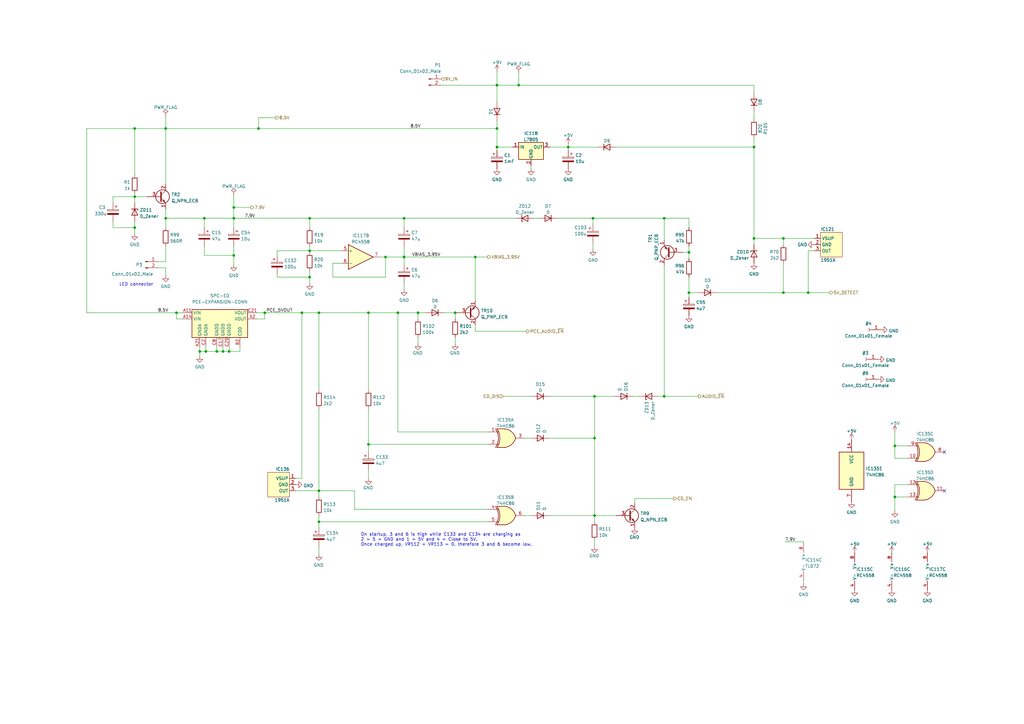
<source format=kicad_sch>
(kicad_sch (version 20211123) (generator eeschema)
  (paper "A3")
  (title_block (title "NEC PC-Engine IFU-30") (date "2022-10-27") (rev "0.1") (comment 1 "Author: Regis Galland") (comment 2 "NEC IFU-30 PCB reverse engineered schematics"))
  (lib_symbols
    (symbol "74xx:74HC86" (pin_names (offset 1.016))
      (property "Reference" "U" (at 0 1.27 0))
      (property "Value" "74HC86" (at 0 -1.27 0))
      (symbol "74HC86_1_0"
        (arc (start -4.4196 -3.81) (mid -3.2033 0) (end -4.4196 3.81) (stroke (width 0.254)))
        (arc (start -3.81 -3.81) (mid -2.589 0) (end -3.81 3.81) (stroke (width 0.254)))
        (arc (start -0.6096 -3.81) (mid 2.1842 -2.5851) (end 3.81 0) (stroke (width 0.254)) (fill (type background)))
        (polyline (pts (xy -3.81 -3.81) (xy -0.635 -3.81)) (stroke (width 0.254)) (fill (type background)))
        (polyline (pts (xy -3.81 3.81) (xy -0.635 3.81)) (stroke (width 0.254)) (fill (type background)))
        (polyline (pts (xy -0.635 3.81) (xy -3.81 3.81) (xy -3.81 3.81) (xy -3.556 3.4036) (xy -3.0226 2.2606) (xy -2.6924 1.0414) (xy -2.6162 -0.254) (xy -2.7686 -1.4986) (xy -3.175 -2.7178) (xy -3.81 -3.81) (xy -3.81 -3.81) (xy -0.635 -3.81)) (stroke (width -25.4)) (fill (type background)))
        (arc (start 3.81 0) (mid 2.1915 2.5936) (end -0.6096 3.81) (stroke (width 0.254)) (fill (type background)))
        (pin input line (at -7.62 2.54 0) (length 4.445) (name "~") (number "1"))
        (pin input line (at -7.62 -2.54 0) (length 4.445) (name "~") (number "2"))
        (pin output line (at 7.62 0 180) (length 3.81) (name "~") (number "3"))
      )
      (symbol "74HC86_1_1"
        (polyline (pts (xy -3.81 -2.54) (xy -3.175 -2.54)) (stroke (width 0.1524)))
        (polyline (pts (xy -3.81 2.54) (xy -3.175 2.54)) (stroke (width 0.1524)))
      )
      (symbol "74HC86_2_0"
        (arc (start -4.4196 -3.81) (mid -3.2033 0) (end -4.4196 3.81) (stroke (width 0.254)))
        (arc (start -3.81 -3.81) (mid -2.589 0) (end -3.81 3.81) (stroke (width 0.254)))
        (arc (start -0.6096 -3.81) (mid 2.1842 -2.5851) (end 3.81 0) (stroke (width 0.254)) (fill (type background)))
        (polyline (pts (xy -3.81 -3.81) (xy -0.635 -3.81)) (stroke (width 0.254)) (fill (type background)))
        (polyline (pts (xy -3.81 3.81) (xy -0.635 3.81)) (stroke (width 0.254)) (fill (type background)))
        (polyline (pts (xy -0.635 3.81) (xy -3.81 3.81) (xy -3.81 3.81) (xy -3.556 3.4036) (xy -3.0226 2.2606) (xy -2.6924 1.0414) (xy -2.6162 -0.254) (xy -2.7686 -1.4986) (xy -3.175 -2.7178) (xy -3.81 -3.81) (xy -3.81 -3.81) (xy -0.635 -3.81)) (stroke (width -25.4)) (fill (type background)))
        (arc (start 3.81 0) (mid 2.1915 2.5936) (end -0.6096 3.81) (stroke (width 0.254)) (fill (type background)))
        (pin input line (at -7.62 2.54 0) (length 4.445) (name "~") (number "4"))
        (pin input line (at -7.62 -2.54 0) (length 4.445) (name "~") (number "5"))
        (pin output line (at 7.62 0 180) (length 3.81) (name "~") (number "6"))
      )
      (symbol "74HC86_2_1"
        (polyline (pts (xy -3.81 -2.54) (xy -3.175 -2.54)) (stroke (width 0.1524)))
        (polyline (pts (xy -3.81 2.54) (xy -3.175 2.54)) (stroke (width 0.1524)))
      )
      (symbol "74HC86_3_0"
        (arc (start -4.4196 -3.81) (mid -3.2033 0) (end -4.4196 3.81) (stroke (width 0.254)))
        (arc (start -3.81 -3.81) (mid -2.589 0) (end -3.81 3.81) (stroke (width 0.254)))
        (arc (start -0.6096 -3.81) (mid 2.1842 -2.5851) (end 3.81 0) (stroke (width 0.254)) (fill (type background)))
        (polyline (pts (xy -3.81 -3.81) (xy -0.635 -3.81)) (stroke (width 0.254)) (fill (type background)))
        (polyline (pts (xy -3.81 3.81) (xy -0.635 3.81)) (stroke (width 0.254)) (fill (type background)))
        (polyline (pts (xy -0.635 3.81) (xy -3.81 3.81) (xy -3.81 3.81) (xy -3.556 3.4036) (xy -3.0226 2.2606) (xy -2.6924 1.0414) (xy -2.6162 -0.254) (xy -2.7686 -1.4986) (xy -3.175 -2.7178) (xy -3.81 -3.81) (xy -3.81 -3.81) (xy -0.635 -3.81)) (stroke (width -25.4)) (fill (type background)))
        (arc (start 3.81 0) (mid 2.1915 2.5936) (end -0.6096 3.81) (stroke (width 0.254)) (fill (type background)))
        (pin input line (at -7.62 -2.54 0) (length 4.445) (name "~") (number "10"))
        (pin output line (at 7.62 0 180) (length 3.81) (name "~") (number "8"))
        (pin input line (at -7.62 2.54 0) (length 4.445) (name "~") (number "9"))
      )
      (symbol "74HC86_3_1"
        (polyline (pts (xy -3.81 -2.54) (xy -3.175 -2.54)) (stroke (width 0.1524)))
        (polyline (pts (xy -3.81 2.54) (xy -3.175 2.54)) (stroke (width 0.1524)))
      )
      (symbol "74HC86_4_0"
        (arc (start -4.4196 -3.81) (mid -3.2033 0) (end -4.4196 3.81) (stroke (width 0.254)))
        (arc (start -3.81 -3.81) (mid -2.589 0) (end -3.81 3.81) (stroke (width 0.254)))
        (arc (start -0.6096 -3.81) (mid 2.1842 -2.5851) (end 3.81 0) (stroke (width 0.254)) (fill (type background)))
        (polyline (pts (xy -3.81 -3.81) (xy -0.635 -3.81)) (stroke (width 0.254)) (fill (type background)))
        (polyline (pts (xy -3.81 3.81) (xy -0.635 3.81)) (stroke (width 0.254)) (fill (type background)))
        (polyline (pts (xy -0.635 3.81) (xy -3.81 3.81) (xy -3.81 3.81) (xy -3.556 3.4036) (xy -3.0226 2.2606) (xy -2.6924 1.0414) (xy -2.6162 -0.254) (xy -2.7686 -1.4986) (xy -3.175 -2.7178) (xy -3.81 -3.81) (xy -3.81 -3.81) (xy -0.635 -3.81)) (stroke (width -25.4)) (fill (type background)))
        (arc (start 3.81 0) (mid 2.1915 2.5936) (end -0.6096 3.81) (stroke (width 0.254)) (fill (type background)))
        (pin output line (at 7.62 0 180) (length 3.81) (name "~") (number "11"))
        (pin input line (at -7.62 2.54 0) (length 4.445) (name "~") (number "12"))
        (pin input line (at -7.62 -2.54 0) (length 4.445) (name "~") (number "13"))
      )
      (symbol "74HC86_4_1"
        (polyline (pts (xy -3.81 -2.54) (xy -3.175 -2.54)) (stroke (width 0.1524)))
        (polyline (pts (xy -3.81 2.54) (xy -3.175 2.54)) (stroke (width 0.1524)))
      )
      (symbol "74HC86_5_0"
        (pin power_in line (at 0 12.7 270) (length 5.08) (name "VCC") (number "14"))
        (pin power_in line (at 0 -12.7 90) (length 5.08) (name "GND") (number "7"))
      )
      (symbol "74HC86_5_1"
        (rectangle (start -5.08 7.62) (end 5.08 -7.62) (stroke (width 0.254)) (fill (type background)))
      )
    )
    (symbol "Amplifier_Operational:RC4558" (pin_names (offset 0.127))
      (property "Reference" "U" (at 0 5.08 0))
      (property "Value" "RC4558" (at 0 -5.08 0))
      (symbol "RC4558_1_1"
        (polyline (pts (xy -5.08 5.08) (xy 5.08 0) (xy -5.08 -5.08) (xy -5.08 5.08)) (stroke (width 0.254)) (fill (type background)))
        (pin output line (at 7.62 0 180) (length 2.54) (name "~") (number "1"))
        (pin input line (at -7.62 -2.54 0) (length 2.54) (name "-") (number "2"))
        (pin input line (at -7.62 2.54 0) (length 2.54) (name "+") (number "3"))
      )
      (symbol "RC4558_2_1"
        (polyline (pts (xy -5.08 5.08) (xy 5.08 0) (xy -5.08 -5.08) (xy -5.08 5.08)) (stroke (width 0.254)) (fill (type background)))
        (pin input line (at -7.62 2.54 0) (length 2.54) (name "+") (number "5"))
        (pin input line (at -7.62 -2.54 0) (length 2.54) (name "-") (number "6"))
        (pin output line (at 7.62 0 180) (length 2.54) (name "~") (number "7"))
      )
      (symbol "RC4558_3_1"
        (pin power_in line (at -2.54 -7.62 90) (length 3.81) (name "V-") (number "4"))
        (pin power_in line (at -2.54 7.62 270) (length 3.81) (name "V+") (number "8"))
      )
    )
    (symbol "Amplifier_Operational:TL072" (pin_names (offset 0.127))
      (property "Reference" "U" (at 0 5.08 0))
      (property "Value" "TL072" (at 0 -5.08 0))
      (symbol "TL072_1_1"
        (polyline (pts (xy -5.08 5.08) (xy 5.08 0) (xy -5.08 -5.08) (xy -5.08 5.08)) (stroke (width 0.254)) (fill (type background)))
        (pin output line (at 7.62 0 180) (length 2.54) (name "~") (number "1"))
        (pin input line (at -7.62 -2.54 0) (length 2.54) (name "-") (number "2"))
        (pin input line (at -7.62 2.54 0) (length 2.54) (name "+") (number "3"))
      )
      (symbol "TL072_2_1"
        (polyline (pts (xy -5.08 5.08) (xy 5.08 0) (xy -5.08 -5.08) (xy -5.08 5.08)) (stroke (width 0.254)) (fill (type background)))
        (pin input line (at -7.62 2.54 0) (length 2.54) (name "+") (number "5"))
        (pin input line (at -7.62 -2.54 0) (length 2.54) (name "-") (number "6"))
        (pin output line (at 7.62 0 180) (length 2.54) (name "~") (number "7"))
      )
      (symbol "TL072_3_1"
        (pin power_in line (at -2.54 -7.62 90) (length 3.81) (name "V-") (number "4"))
        (pin power_in line (at -2.54 7.62 270) (length 3.81) (name "V+") (number "8"))
      )
    )
    (symbol "Connector:Conn_01x01_Female" (pin_names (offset 1.016) hide)
      (property "Reference" "J" (at 0 2.54 0))
      (property "Value" "Conn_01x01_Female" (at 0 -2.54 0))
      (symbol "Conn_01x01_Female_1_1"
        (polyline (pts (xy -1.27 0) (xy -0.508 0)) (stroke (width 0.1524)))
        (arc (start 0 0.508) (mid -0.508 0) (end 0 -0.508) (stroke (width 0.1524)))
        (pin passive line (at -5.08 0 0) (length 3.81) (name "Pin_1") (number "1"))
      )
    )
    (symbol "Connector:Conn_01x02_Male" (pin_names (offset 1.016) hide)
      (property "Reference" "J" (at 0 2.54 0))
      (property "Value" "Conn_01x02_Male" (at 0 -5.08 0))
      (symbol "Conn_01x02_Male_1_1"
        (polyline (pts (xy 1.27 -2.54) (xy 0.8636 -2.54)) (stroke (width 0.1524)))
        (polyline (pts (xy 1.27 0) (xy 0.8636 0)) (stroke (width 0.1524)))
        (rectangle (start 0.8636 -2.413) (end 0 -2.667) (stroke (width 0.1524)) (fill (type outline)))
        (rectangle (start 0.8636 0.127) (end 0 -0.127) (stroke (width 0.1524)) (fill (type outline)))
        (pin passive line (at 5.08 0 180) (length 3.81) (name "Pin_1") (number "1"))
        (pin passive line (at 5.08 -2.54 180) (length 3.81) (name "Pin_2") (number "2"))
      )
    )
    (symbol "Device:C_Polarized" (pin_numbers hide) (pin_names (offset 0.254))
      (property "Reference" "C" (at 0.635 2.54 0))
      (property "Value" "C_Polarized" (at 0.635 -2.54 0))
      (symbol "C_Polarized_0_1"
        (rectangle (start -2.286 0.508) (end 2.286 1.016))
        (polyline (pts (xy -1.778 2.286) (xy -0.762 2.286)))
        (polyline (pts (xy -1.27 2.794) (xy -1.27 1.778)))
        (rectangle (start 2.286 -0.508) (end -2.286 -1.016) (fill (type outline)))
      )
      (symbol "C_Polarized_1_1"
        (pin passive line (at 0 3.81 270) (length 2.794) (name "~") (number "1"))
        (pin passive line (at 0 -3.81 90) (length 2.794) (name "~") (number "2"))
      )
    )
    (symbol "Device:D" (pin_numbers hide) (pin_names (offset 1.016) hide)
      (property "Reference" "D" (at 0 2.54 0))
      (property "Value" "D" (at 0 -2.54 0))
      (symbol "D_0_1"
        (polyline (pts (xy -1.27 1.27) (xy -1.27 -1.27)) (stroke (width 0.254)))
        (polyline (pts (xy 1.27 0) (xy -1.27 0)))
        (polyline (pts (xy 1.27 1.27) (xy 1.27 -1.27) (xy -1.27 0) (xy 1.27 1.27)) (stroke (width 0.254)))
      )
      (symbol "D_1_1"
        (pin passive line (at -3.81 0 0) (length 2.54) (name "K") (number "1"))
        (pin passive line (at 3.81 0 180) (length 2.54) (name "A") (number "2"))
      )
    )
    (symbol "Device:D_Zener" (pin_numbers hide) (pin_names (offset 1.016) hide)
      (property "Reference" "D" (at 0 2.54 0))
      (property "Value" "D_Zener" (at 0 -2.54 0))
      (symbol "D_Zener_0_1"
        (polyline (pts (xy 1.27 0) (xy -1.27 0)))
        (polyline (pts (xy -1.27 -1.27) (xy -1.27 1.27) (xy -0.762 1.27)) (stroke (width 0.254)))
        (polyline (pts (xy 1.27 -1.27) (xy 1.27 1.27) (xy -1.27 0) (xy 1.27 -1.27)) (stroke (width 0.254)))
      )
      (symbol "D_Zener_1_1"
        (pin passive line (at -3.81 0 0) (length 2.54) (name "K") (number "1"))
        (pin passive line (at 3.81 0 180) (length 2.54) (name "A") (number "2"))
      )
    )
    (symbol "Device:Q_NPN_ECB" (pin_names (offset 0) hide)
      (property "Reference" "Q" (at 5.08 1.27 0))
      (property "Value" "Q_NPN_ECB" (at 5.08 -1.27 0))
      (symbol "Q_NPN_ECB_0_1"
        (polyline (pts (xy 0.635 0.635) (xy 2.54 2.54)))
        (polyline (pts (xy 0.635 -0.635) (xy 2.54 -2.54) (xy 2.54 -2.54)))
        (polyline (pts (xy 0.635 1.905) (xy 0.635 -1.905) (xy 0.635 -1.905)) (stroke (width 0.508)))
        (polyline (pts (xy 1.27 -1.778) (xy 1.778 -1.27) (xy 2.286 -2.286) (xy 1.27 -1.778) (xy 1.27 -1.778)) (fill (type outline)))
        (circle (center 1.27 0) (radius 2.8194) (stroke (width 0.254)))
      )
      (symbol "Q_NPN_ECB_1_1"
        (pin passive line (at 2.54 -5.08 90) (length 2.54) (name "E") (number "1"))
        (pin passive line (at 2.54 5.08 270) (length 2.54) (name "C") (number "2"))
        (pin passive line (at -5.08 0 0) (length 5.715) (name "B") (number "3"))
      )
    )
    (symbol "Device:Q_PNP_ECB" (pin_names (offset 0) hide)
      (property "Reference" "Q" (at 5.08 1.27 0))
      (property "Value" "Q_PNP_ECB" (at 5.08 -1.27 0))
      (symbol "Q_PNP_ECB_0_1"
        (polyline (pts (xy 0.635 0.635) (xy 2.54 2.54)))
        (polyline (pts (xy 0.635 -0.635) (xy 2.54 -2.54) (xy 2.54 -2.54)))
        (polyline (pts (xy 0.635 1.905) (xy 0.635 -1.905) (xy 0.635 -1.905)) (stroke (width 0.508)))
        (polyline (pts (xy 2.286 -1.778) (xy 1.778 -2.286) (xy 1.27 -1.27) (xy 2.286 -1.778) (xy 2.286 -1.778)) (fill (type outline)))
        (circle (center 1.27 0) (radius 2.8194) (stroke (width 0.254)))
      )
      (symbol "Q_PNP_ECB_1_1"
        (pin passive line (at 2.54 -5.08 90) (length 2.54) (name "E") (number "1"))
        (pin passive line (at 2.54 5.08 270) (length 2.54) (name "C") (number "2"))
        (pin input line (at -5.08 0 0) (length 5.715) (name "B") (number "3"))
      )
    )
    (symbol "Device:R" (pin_numbers hide) (pin_names (offset 0))
      (property "Reference" "R" (at 2.032 0 90))
      (property "Value" "R" (at 0 0 90))
      (symbol "R_0_1"
        (rectangle (start -1.016 -2.54) (end 1.016 2.54) (stroke (width 0.254)))
      )
      (symbol "R_1_1"
        (pin passive line (at 0 3.81 270) (length 1.27) (name "~") (number "1"))
        (pin passive line (at 0 -3.81 90) (length 1.27) (name "~") (number "2"))
      )
    )
    (symbol "IFU-30:1951A"
      (property "Reference" "IC" (at 3.175 3.81 0))
      (property "Value" "1951A" (at 6.985 -8.89 0))
      (symbol "1951A_0_1"
        (rectangle (start 2.54 2.54) (end 11.43 -7.62) (stroke (width 0.1524)) (fill (type background)))
      )
      (symbol "1951A_1_1"
        (pin passive line (at 0 0 0) (length 2.54) (name "VSUP") (number "1"))
        (pin passive line (at 0 -2.54 0) (length 2.54) (name "GND") (number "2"))
        (pin passive line (at 0 -5.08 0) (length 2.54) (name "OUT") (number "3"))
      )
    )
    (symbol "IFU-30:PCE-EXPANSION-CONN"
      (property "Reference" "SPC-E" (at 6.985 1.27 0))
      (property "Value" "PCE-EXPANSION-CONN" (at 6.985 3.175 0))
      (symbol "PCE-EXPANSION-CONN_1_1"
        (rectangle (start 3.81 0) (end 10.795 -53.34) (stroke (width 0.254)) (fill (type background)))
        (pin passive line (at 0 -46.99 0) (length 3.81) (name "A18") (number "A4"))
        (pin passive line (at 0 -36.83 0) (length 3.81) (name "A14") (number "A5"))
        (pin passive line (at 0 -24.13 0) (length 3.81) (name "A9") (number "A6"))
        (pin passive line (at 0 -26.67 0) (length 3.81) (name "A10") (number "A7"))
        (pin passive line (at 0 -1.27 0) (length 3.81) (name "A0") (number "B12"))
        (pin passive line (at 0 -6.35 0) (length 3.81) (name "A2") (number "B13"))
        (pin passive line (at 0 -13.97 0) (length 3.81) (name "A5") (number "B15"))
        (pin passive line (at 0 -19.05 0) (length 3.81) (name "A7") (number "B16"))
        (pin passive line (at 0 -31.75 0) (length 3.81) (name "A12") (number "B17"))
        (pin passive line (at 0 -41.91 0) (length 3.81) (name "A16") (number "B18"))
        (pin passive line (at 0 -52.07 0) (length 3.81) (name "A20") (number "B19"))
        (pin passive line (at 0 -21.59 0) (length 3.81) (name "A8") (number "B6"))
        (pin passive line (at 0 -3.81 0) (length 3.81) (name "A1") (number "C13"))
        (pin passive line (at 0 -8.89 0) (length 3.81) (name "A3") (number "C14"))
        (pin passive line (at 0 -11.43 0) (length 3.81) (name "A4") (number "C15"))
        (pin passive line (at 0 -16.51 0) (length 3.81) (name "A6") (number "C16"))
        (pin passive line (at 0 -39.37 0) (length 3.81) (name "A15") (number "C18"))
        (pin passive line (at 0 -49.53 0) (length 3.81) (name "A19") (number "C19"))
        (pin passive line (at 0 -44.45 0) (length 3.81) (name "A17") (number "C5"))
        (pin passive line (at 0 -34.29 0) (length 3.81) (name "A13") (number "C6"))
        (pin passive line (at 0 -29.21 0) (length 3.81) (name "A11") (number "C7"))
      )
      (symbol "PCE-EXPANSION-CONN_2_1"
        (rectangle (start 3.81 0) (end 10.795 -10.16) (stroke (width 0.254)) (fill (type background)))
        (pin passive line (at 0 -1.27 0) (length 3.81) (name "SNDL") (number "A0"))
        (pin passive line (at 0 -8.89 0) (length 3.81) (name "VID") (number "A22"))
        (pin passive line (at 0 -3.81 0) (length 3.81) (name "SNDIN") (number "B0"))
        (pin passive line (at 0 -6.35 0) (length 3.81) (name "SNDR") (number "C0"))
      )
      (symbol "PCE-EXPANSION-CONN_3_1"
        (rectangle (start 3.81 0) (end 10.795 -33.655) (stroke (width 0.254)) (fill (type background)))
        (pin passive line (at 0 -10.795 0) (length 3.81) (name "D1") (number "A8"))
        (pin passive line (at 0 -20.955 0) (length 3.81) (name "D5") (number "B10"))
        (pin passive line (at 0 -32.385 0) (length 3.81) (name "IRQ2") (number "B21"))
        (pin passive line (at 0 -1.27 0) (length 3.81) (name "WR") (number "B4"))
        (pin passive line (at 0 -3.81 0) (length 3.81) (name "RD") (number "B7"))
        (pin passive line (at 0 -8.255 0) (length 3.81) (name "D0") (number "B8"))
        (pin passive line (at 0 -15.875 0) (length 3.81) (name "D3") (number "B9"))
        (pin passive line (at 0 -18.415 0) (length 3.81) (name "D4") (number "C10"))
        (pin passive line (at 0 -23.495 0) (length 3.81) (name "D6") (number "C11"))
        (pin passive line (at 0 -26.035 0) (length 3.81) (name "D7") (number "C12"))
        (pin passive line (at 0 -13.335 0) (length 3.81) (name "D2") (number "C9"))
      )
      (symbol "PCE-EXPANSION-CONN_4_1"
        (rectangle (start 3.81 0) (end 26.67 -11.43) (stroke (width 0.254)) (fill (type background)))
        (pin passive line (at 0 -1.27 0) (length 3.81) (name "VIN") (number "A11"))
        (pin passive line (at 0 -3.81 0) (length 3.81) (name "VIN") (number "A14"))
        (pin passive line (at 30.48 -3.81 180) (length 3.81) (name "VOUT") (number "A2"))
        (pin passive line (at 6.985 -15.24 90) (length 3.81) (name "GNDA") (number "A21"))
        (pin passive line (at 23.495 -15.24 90) (length 3.81) (name "CDD") (number "B2"))
        (pin passive line (at 16.51 -15.24 90) (length 3.81) (name "GNDD") (number "C17"))
        (pin passive line (at 9.525 -15.24 90) (length 3.81) (name "GNDA") (number "C2"))
        (pin passive line (at 19.05 -15.24 90) (length 3.81) (name "GNDD") (number "C20"))
        (pin passive line (at 30.48 -1.27 180) (length 3.81) (name "VOUT") (number "C21"))
        (pin passive line (at 13.97 -15.24 90) (length 3.81) (name "GNDD") (number "C8"))
      )
    )
    (symbol "Regulator_Linear:L7805" (pin_names (offset 0.254))
      (property "Reference" "U" (at -3.81 3.175 0))
      (property "Value" "L7805" (at 0 3.175 0))
      (symbol "L7805_0_1"
        (rectangle (start -5.08 1.905) (end 5.08 -5.08) (stroke (width 0.254)) (fill (type background)))
      )
      (symbol "L7805_1_1"
        (pin power_in line (at -7.62 0 0) (length 2.54) (name "IN") (number "1"))
        (pin power_in line (at 0 -7.62 90) (length 2.54) (name "GND") (number "2"))
        (pin power_out line (at 7.62 0 180) (length 2.54) (name "OUT") (number "3"))
      )
    )
    (symbol "power:+5V" (power) (pin_names (offset 0))
      (property "Value" "+5V" (at 0 3.556 0))
      (symbol "+5V_0_1"
        (polyline (pts (xy -0.762 1.27) (xy 0 2.54)))
        (polyline (pts (xy 0 0) (xy 0 2.54)))
        (polyline (pts (xy 0 2.54) (xy 0.762 1.27)))
      )
      (symbol "+5V_1_1"
        (pin power_in line (at 0 0 90) (length 0) hide (name "+5V") (number "1"))
      )
    )
    (symbol "power:+9V" (power) (pin_names (offset 0))
      (property "Value" "+9V" (at 0 3.556 0))
      (symbol "+9V_0_1"
        (polyline (pts (xy -0.762 1.27) (xy 0 2.54)))
        (polyline (pts (xy 0 0) (xy 0 2.54)))
        (polyline (pts (xy 0 2.54) (xy 0.762 1.27)))
      )
      (symbol "+9V_1_1"
        (pin power_in line (at 0 0 90) (length 0) hide (name "+9V") (number "1"))
      )
    )
    (symbol "power:GND" (power) (pin_names (offset 0))
      (property "Value" "GND" (at 0 -3.81 0))
      (symbol "GND_0_1"
        (polyline (pts (xy 0 0) (xy 0 -1.27) (xy 1.27 -1.27) (xy 0 -2.54) (xy -1.27 -1.27) (xy 0 -1.27)))
      )
      (symbol "GND_1_1"
        (pin power_in line (at 0 0 270) (length 0) hide (name "GND") (number "1"))
      )
    )
    (symbol "power:PWR_FLAG" (power) (pin_numbers hide) (pin_names (offset 0) hide)
      (property "Value" "PWR_FLAG" (at 0 3.81 0))
      (symbol "PWR_FLAG_0_0"
        (pin power_out line (at 0 0 90) (length 0) (name "pwr") (number "1"))
      )
      (symbol "PWR_FLAG_0_1"
        (polyline (pts (xy 0 0) (xy 0 1.27) (xy -1.016 1.905) (xy 0 2.54) (xy 1.016 1.905) (xy 0 1.27)))
      )
    )
  )
  (junction (at 163.195 128.27))
  (junction (at 321.31 120.015))
  (junction (at 106.045 52.705))
  (junction (at 212.725 34.925))
  (junction (at 186.69 128.27))
  (junction (at 203.835 60.325))
  (junction (at 151.13 182.245))
  (junction (at 123.825 128.27))
  (junction (at 108.585 128.27))
  (junction (at 67.945 52.705))
  (junction (at 194.945 105.41))
  (junction (at 95.885 104.775))
  (junction (at 158.115 105.41))
  (junction (at 309.245 97.79))
  (junction (at 127 113.665))
  (junction (at 95.885 85.09))
  (junction (at 171.45 128.27))
  (junction (at 84.455 144.145))
  (junction (at 243.84 211.455))
  (junction (at 243.84 162.56))
  (junction (at 272.415 89.535))
  (junction (at 282.575 103.505))
  (junction (at 243.84 179.705))
  (junction (at 55.245 93.345))
  (junction (at 321.31 97.79))
  (junction (at 127 102.87))
  (junction (at 272.415 162.56))
  (junction (at 95.885 89.535))
  (junction (at 130.81 213.995))
  (junction (at 151.13 128.27))
  (junction (at 83.82 89.535))
  (junction (at 309.245 60.325))
  (junction (at 165.735 105.41))
  (junction (at 130.81 128.27))
  (junction (at 165.735 89.535))
  (junction (at 55.245 80.645))
  (junction (at 203.835 52.705))
  (junction (at 331.47 120.015))
  (junction (at 55.245 52.705))
  (junction (at 127 89.535))
  (junction (at 81.915 144.145))
  (junction (at 367.03 203.835))
  (junction (at 203.835 34.925))
  (junction (at 93.98 144.145))
  (junction (at 243.205 89.535))
  (junction (at 67.945 89.535))
  (junction (at 72.39 128.27))
  (junction (at 233.045 60.325))
  (junction (at 91.44 144.145))
  (junction (at 367.03 182.88))
  (junction (at 88.9 144.145))
  (junction (at 282.575 120.015))
  (junction (at 130.81 201.295))
  (no_connect (at 387.35 185.42))
  (no_connect (at 387.35 201.295))
  (wire (pts (xy 88.9 144.145) (xy 88.9 142.24)))
  (wire (pts (xy 367.03 182.88) (xy 367.03 177.165)))
  (wire (pts (xy 67.945 52.705) (xy 106.045 52.705)))
  (wire (pts (xy 372.11 198.755) (xy 367.03 198.755)))
  (wire (pts (xy 321.31 120.015) (xy 321.31 107.95)))
  (wire (pts (xy 165.735 89.535) (xy 211.455 89.535)))
  (wire (pts (xy 165.735 105.41) (xy 165.735 108.585)))
  (wire (pts (xy 88.9 144.145) (xy 91.44 144.145)))
  (wire (pts (xy 83.82 89.535) (xy 95.885 89.535)))
  (wire (pts (xy 163.195 177.165) (xy 200.025 177.165)))
  (wire (pts (xy 67.945 109.855) (xy 64.77 109.855)))
  (wire (pts (xy 95.885 80.01) (xy 95.885 85.09)))
  (wire (pts (xy 203.835 60.325) (xy 203.835 61.595)))
  (wire (pts (xy 127 113.665) (xy 113.665 113.665)))
  (wire (pts (xy 282.575 113.665) (xy 282.575 120.015)))
  (wire (pts (xy 127 100.965) (xy 127 102.87)))
  (wire (pts (xy 127 89.535) (xy 165.735 89.535)))
  (wire (pts (xy 151.13 196.215) (xy 151.13 193.04)))
  (wire (pts (xy 158.115 105.41) (xy 165.735 105.41)))
  (wire (pts (xy 233.045 59.055) (xy 233.045 60.325)))
  (wire (pts (xy 55.245 79.375) (xy 55.245 80.645)))
  (wire (pts (xy 67.945 89.535) (xy 67.945 93.345)))
  (wire (pts (xy 136.525 113.665) (xy 158.115 113.665)))
  (wire (pts (xy 46.355 90.805) (xy 46.355 93.345)))
  (wire (pts (xy 74.93 130.81) (xy 72.39 130.81)))
  (wire (pts (xy 91.44 144.145) (xy 93.98 144.145)))
  (wire (pts (xy 83.82 89.535) (xy 83.82 93.345)))
  (wire (pts (xy 367.03 198.755) (xy 367.03 203.835)))
  (wire (pts (xy 130.81 128.27) (xy 151.13 128.27)))
  (wire (pts (xy 309.245 45.72) (xy 309.245 48.895)))
  (wire (pts (xy 46.355 80.645) (xy 46.355 83.185)))
  (wire (pts (xy 151.13 185.42) (xy 151.13 182.245)))
  (wire (pts (xy 67.945 52.705) (xy 55.245 52.705)))
  (wire (pts (xy 243.205 99.695) (xy 243.205 102.235)))
  (wire (pts (xy 260.35 206.375) (xy 260.35 204.47)))
  (wire (pts (xy 367.03 182.88) (xy 372.11 182.88)))
  (wire (pts (xy 130.81 201.295) (xy 145.415 201.295)))
  (wire (pts (xy 145.415 208.915) (xy 200.025 208.915)))
  (wire (pts (xy 108.585 128.27) (xy 123.825 128.27)))
  (wire (pts (xy 108.585 128.27) (xy 105.41 128.27)))
  (wire (pts (xy 35.56 128.27) (xy 72.39 128.27)))
  (wire (pts (xy 203.835 49.53) (xy 203.835 52.705)))
  (wire (pts (xy 151.13 182.245) (xy 200.025 182.245)))
  (wire (pts (xy 203.835 34.925) (xy 212.725 34.925)))
  (wire (pts (xy 67.945 85.725) (xy 67.945 89.535)))
  (wire (pts (xy 309.245 100.33) (xy 309.245 97.79)))
  (wire (pts (xy 367.03 187.96) (xy 367.03 182.88)))
  (wire (pts (xy 367.03 203.835) (xy 367.03 209.55)))
  (wire (pts (xy 67.945 89.535) (xy 83.82 89.535)))
  (wire (pts (xy 123.825 128.27) (xy 130.81 128.27)))
  (wire (pts (xy 282.575 89.535) (xy 282.575 93.345)))
  (wire (pts (xy 334.01 97.79) (xy 321.31 97.79)))
  (wire (pts (xy 203.835 34.925) (xy 180.975 34.925)))
  (wire (pts (xy 55.245 52.705) (xy 55.245 71.755)))
  (wire (pts (xy 113.665 113.665) (xy 113.665 112.395)))
  (wire (pts (xy 95.885 85.09) (xy 102.87 85.09)))
  (wire (pts (xy 108.585 130.81) (xy 108.585 128.27)))
  (wire (pts (xy 309.245 34.925) (xy 309.245 38.1)))
  (wire (pts (xy 151.13 128.27) (xy 151.13 160.02)))
  (wire (pts (xy 130.81 201.295) (xy 130.81 203.835)))
  (wire (pts (xy 233.045 60.325) (xy 245.11 60.325)))
  (wire (pts (xy 280.035 103.505) (xy 282.575 103.505)))
  (wire (pts (xy 225.425 211.455) (xy 243.84 211.455)))
  (wire (pts (xy 182.245 128.27) (xy 186.69 128.27)))
  (wire (pts (xy 91.44 144.145) (xy 91.44 142.24)))
  (wire (pts (xy 113.665 102.87) (xy 113.665 104.775)))
  (wire (pts (xy 55.245 80.645) (xy 46.355 80.645)))
  (wire (pts (xy 203.835 34.925) (xy 203.835 41.91)))
  (wire (pts (xy 93.98 144.145) (xy 98.425 144.145)))
  (wire (pts (xy 252.73 60.325) (xy 309.245 60.325)))
  (wire (pts (xy 331.47 102.87) (xy 334.01 102.87)))
  (wire (pts (xy 272.415 89.535) (xy 272.415 98.425)))
  (wire (pts (xy 215.265 211.455) (xy 217.805 211.455)))
  (wire (pts (xy 95.885 100.965) (xy 95.885 104.775)))
  (wire (pts (xy 321.31 100.33) (xy 321.31 97.79)))
  (wire (pts (xy 243.84 221.615) (xy 243.84 224.155)))
  (wire (pts (xy 136.525 107.95) (xy 136.525 113.665)))
  (wire (pts (xy 294.005 120.015) (xy 321.31 120.015)))
  (wire (pts (xy 81.915 142.24) (xy 81.915 144.145)))
  (wire (pts (xy 95.885 89.535) (xy 95.885 93.345)))
  (wire (pts (xy 67.945 109.855) (xy 67.945 113.03)))
  (wire (pts (xy 55.245 95.885) (xy 55.245 93.345)))
  (wire (pts (xy 243.84 162.56) (xy 252.095 162.56)))
  (wire (pts (xy 165.735 89.535) (xy 165.735 93.345)))
  (wire (pts (xy 215.265 179.705) (xy 217.805 179.705)))
  (wire (pts (xy 329.565 238.125) (xy 329.565 239.395)))
  (wire (pts (xy 67.945 100.965) (xy 67.945 107.315)))
  (wire (pts (xy 233.045 60.325) (xy 225.425 60.325)))
  (wire (pts (xy 243.84 162.56) (xy 243.84 179.705)))
  (wire (pts (xy 127 113.665) (xy 127 111.125)))
  (wire (pts (xy 212.725 29.845) (xy 212.725 34.925)))
  (wire (pts (xy 225.425 179.705) (xy 243.84 179.705)))
  (wire (pts (xy 121.285 201.295) (xy 130.81 201.295)))
  (wire (pts (xy 163.195 128.27) (xy 171.45 128.27)))
  (wire (pts (xy 194.945 135.89) (xy 215.9 135.89)))
  (wire (pts (xy 60.325 80.645) (xy 55.245 80.645)))
  (wire (pts (xy 269.875 162.56) (xy 272.415 162.56)))
  (wire (pts (xy 158.115 113.665) (xy 158.115 105.41)))
  (wire (pts (xy 83.82 100.965) (xy 83.82 104.775)))
  (wire (pts (xy 163.195 128.27) (xy 163.195 177.165)))
  (wire (pts (xy 228.6 89.535) (xy 243.205 89.535)))
  (wire (pts (xy 171.45 128.27) (xy 171.45 130.81)))
  (wire (pts (xy 151.13 128.27) (xy 163.195 128.27)))
  (wire (pts (xy 81.915 144.145) (xy 81.915 146.05)))
  (wire (pts (xy 329.565 222.25) (xy 321.945 222.25)))
  (wire (pts (xy 127 102.87) (xy 113.665 102.87)))
  (wire (pts (xy 95.885 89.535) (xy 95.885 85.09)))
  (wire (pts (xy 309.245 60.325) (xy 309.245 97.79)))
  (wire (pts (xy 67.945 47.625) (xy 67.945 52.705)))
  (wire (pts (xy 233.045 60.325) (xy 233.045 61.595)))
  (wire (pts (xy 130.81 213.995) (xy 130.81 216.535)))
  (wire (pts (xy 194.945 123.19) (xy 194.945 105.41)))
  (wire (pts (xy 140.335 102.87) (xy 127 102.87)))
  (wire (pts (xy 272.415 108.585) (xy 272.415 162.56)))
  (wire (pts (xy 165.735 100.965) (xy 165.735 105.41)))
  (wire (pts (xy 309.245 56.515) (xy 309.245 60.325)))
  (wire (pts (xy 171.45 128.27) (xy 174.625 128.27)))
  (wire (pts (xy 367.03 203.835) (xy 372.11 203.835)))
  (wire (pts (xy 55.245 93.345) (xy 55.245 90.805)))
  (wire (pts (xy 95.885 89.535) (xy 127 89.535)))
  (wire (pts (xy 130.81 213.995) (xy 200.025 213.995)))
  (wire (pts (xy 165.735 116.205) (xy 165.735 118.745)))
  (wire (pts (xy 127 102.87) (xy 127 103.505)))
  (wire (pts (xy 243.84 179.705) (xy 243.84 211.455)))
  (wire (pts (xy 272.415 162.56) (xy 286.385 162.56)))
  (wire (pts (xy 262.255 162.56) (xy 259.715 162.56)))
  (wire (pts (xy 106.045 52.705) (xy 106.045 48.26)))
  (wire (pts (xy 194.945 105.41) (xy 200.025 105.41)))
  (wire (pts (xy 186.69 128.27) (xy 186.69 130.81)))
  (wire (pts (xy 217.805 162.56) (xy 206.375 162.56)))
  (wire (pts (xy 127 116.205) (xy 127 113.665)))
  (wire (pts (xy 67.945 52.705) (xy 67.945 75.565)))
  (wire (pts (xy 321.31 97.79) (xy 309.245 97.79)))
  (wire (pts (xy 151.13 182.245) (xy 151.13 167.64)))
  (wire (pts (xy 123.825 196.215) (xy 123.825 128.27)))
  (wire (pts (xy 282.575 103.505) (xy 282.575 106.045)))
  (wire (pts (xy 243.84 211.455) (xy 252.73 211.455)))
  (wire (pts (xy 329.565 222.25) (xy 329.565 222.885)))
  (wire (pts (xy 140.335 107.95) (xy 136.525 107.95)))
  (wire (pts (xy 84.455 144.145) (xy 84.455 142.24)))
  (wire (pts (xy 95.885 104.775) (xy 95.885 108.585)))
  (wire (pts (xy 331.47 102.87) (xy 331.47 120.015)))
  (wire (pts (xy 282.575 120.015) (xy 282.575 121.92)))
  (wire (pts (xy 372.11 187.96) (xy 367.03 187.96)))
  (wire (pts (xy 130.81 128.27) (xy 130.81 160.02)))
  (wire (pts (xy 55.245 52.705) (xy 35.56 52.705)))
  (wire (pts (xy 130.81 167.64) (xy 130.81 201.295)))
  (wire (pts (xy 203.835 52.705) (xy 203.835 60.325)))
  (wire (pts (xy 260.35 204.47) (xy 276.225 204.47)))
  (wire (pts (xy 165.735 105.41) (xy 194.945 105.41)))
  (wire (pts (xy 35.56 52.705) (xy 35.56 128.27)))
  (wire (pts (xy 282.575 89.535) (xy 272.415 89.535)))
  (wire (pts (xy 55.245 80.645) (xy 55.245 83.185)))
  (wire (pts (xy 187.325 128.27) (xy 186.69 128.27)))
  (wire (pts (xy 203.835 29.21) (xy 203.835 34.925)))
  (wire (pts (xy 194.945 133.35) (xy 194.945 135.89)))
  (wire (pts (xy 272.415 89.535) (xy 243.205 89.535)))
  (wire (pts (xy 98.425 144.145) (xy 98.425 142.24)))
  (wire (pts (xy 220.98 89.535) (xy 219.075 89.535)))
  (wire (pts (xy 121.285 196.215) (xy 123.825 196.215)))
  (wire (pts (xy 127 89.535) (xy 127 93.345)))
  (wire (pts (xy 64.77 107.315) (xy 67.945 107.315)))
  (wire (pts (xy 106.045 48.26) (xy 113.03 48.26)))
  (wire (pts (xy 130.81 211.455) (xy 130.81 213.995)))
  (wire (pts (xy 145.415 208.915) (xy 145.415 201.295)))
  (wire (pts (xy 155.575 105.41) (xy 158.115 105.41)))
  (wire (pts (xy 83.82 104.775) (xy 95.885 104.775)))
  (wire (pts (xy 203.835 60.325) (xy 210.185 60.325)))
  (wire (pts (xy 243.205 89.535) (xy 243.205 92.075)))
  (wire (pts (xy 243.84 211.455) (xy 243.84 213.995)))
  (wire (pts (xy 72.39 130.81) (xy 72.39 128.27)))
  (wire (pts (xy 243.84 162.56) (xy 225.425 162.56)))
  (wire (pts (xy 171.45 140.97) (xy 171.45 138.43)))
  (wire (pts (xy 130.81 227.33) (xy 130.81 224.155)))
  (wire (pts (xy 331.47 120.015) (xy 321.31 120.015)))
  (wire (pts (xy 186.69 140.97) (xy 186.69 138.43)))
  (wire (pts (xy 106.045 52.705) (xy 203.835 52.705)))
  (wire (pts (xy 105.41 130.81) (xy 108.585 130.81)))
  (wire (pts (xy 331.47 120.015) (xy 340.36 120.015)))
  (wire (pts (xy 282.575 100.965) (xy 282.575 103.505)))
  (wire (pts (xy 212.725 34.925) (xy 309.245 34.925)))
  (wire (pts (xy 72.39 128.27) (xy 74.93 128.27)))
  (wire (pts (xy 217.805 67.945) (xy 217.805 69.215)))
  (wire (pts (xy 93.98 144.145) (xy 93.98 142.24)))
  (wire (pts (xy 46.355 93.345) (xy 55.245 93.345)))
  (wire (pts (xy 84.455 144.145) (xy 88.9 144.145)))
  (wire (pts (xy 282.575 120.015) (xy 286.385 120.015)))
  (wire (pts (xy 81.915 144.145) (xy 84.455 144.145)))
  (text "LED connector" (at 62.865 117.475 180) (effects (font (size 1.27 1.27)) (justify right bottom)))
  (text "On startup, 3 and 6 is high while C133 and C134 are charging as\n2 = 5 = GND and 1 = 5V and 4 = Close to 5V.\nOnce charged up, VR112 = VR113 = 0, therefore 3 and 6 become low. " (at 147.955 224.155 0) (effects (font (size 1.27 1.27)) (justify left bottom)))
  (label "8.5V" (at 168.275 52.705 0))
  (label "8.5V" (at 64.77 128.27 0))
  (label "7.9V" (at 321.945 222.25 0))
  (label "PCE_5VOUT" (at 109.22 128.27 0))
  (label "VBIAS_3.95V" (at 168.91 105.41 0))
  (label "7.9V" (at 100.33 89.535 0))
  (hierarchical_label "7.9V" (shape output) (at 102.87 85.09 0))
  (hierarchical_label "5V_DETECT" (shape output) (at 340.36 120.015 0))
  (hierarchical_label "AUDIO_~{EN}" (shape output) (at 286.385 162.56 0))
  (hierarchical_label "PCE_AUDIO_~{EN}" (shape output) (at 215.9 135.89 0))
  (hierarchical_label "8.5V" (shape output) (at 113.03 48.26 0))
  (hierarchical_label "CD_DIS" (shape input) (at 206.375 162.56 180))
  (hierarchical_label "CD_EN" (shape output) (at 276.225 204.47 0))
  (hierarchical_label "9V_IN" (shape input) (at 180.975 32.385 0))
  (hierarchical_label "VBIAS_3.95V" (shape output) (at 200.025 105.41 0))
  (symbol (lib_id "Device:R") (at 130.81 163.83 180) (unit 1)
    (property "Reference" "R114" (at 132.588 162.9953 0) (effects (justify right)))
    (property "Value" "2k2" (at 132.588 165.5322 0) (effects (justify right)))
  )
  (symbol (lib_id "Device:R") (at 127 107.315 0) (unit 1)
    (property "Reference" "R20" (at 128.778 106.4803 0) (effects (justify left)))
    (property "Value" "10k" (at 128.778 109.0172 0) (effects (justify left)))
  )
  (symbol (lib_id "Device:D") (at 224.79 89.535 0) (mirror y) (unit 1)
    (property "Reference" "D7" (at 224.79 84.5652 0))
    (property "Value" "D" (at 224.79 87.1021 0))
  )
  (symbol (lib_id "Device:C_Polarized") (at 243.205 95.885 0) (unit 1)
    (property "Reference" "C103" (at 235.585 93.345 0) (effects (justify left)))
    (property "Value" "100u" (at 235.585 95.8819 0) (effects (justify left)))
  )
  (symbol (lib_id "Device:R") (at 171.45 134.62 180) (unit 1)
    (property "Reference" "R102" (at 173.228 133.7853 0) (effects (justify right)))
    (property "Value" "100k" (at 173.228 136.3222 0) (effects (justify right)))
  )
  (symbol (lib_id "IFU-30:PCE-EXPANSION-CONN") (at 74.93 127 0) (unit 4)
    (property "Reference" "SPC-E" (at 90.17 121.2881 0))
    (property "Value" "PCE-EXPANSION-CONN" (at 90.17 123.825 0))
  )
  (symbol (lib_id "power:GND") (at 243.84 224.155 0) (unit 1)
    (property "Reference" "#PWR0189" (effects hide))
    (property "Value" "GND" (at 245.745 227.965 0) (effects (justify right)))
  )
  (symbol (lib_id "Connector:Conn_01x01_Female") (at 356.235 135.255 180) (unit 1)
    (property "Reference" "#4" (at 356.235 132.715 0))
    (property "Value" "Conn_01x01_Female" (at 356.235 137.795 0))
  )
  (symbol (lib_id "Amplifier_Operational:RC4558") (at 353.06 234.315 0) (unit 3)
    (property "Reference" "IC115" (at 351.155 233.4803 0) (effects (justify left)))
    (property "Value" "RC4558" (at 351.155 236.0172 0) (effects (justify left)))
    (property "Datasheet" "http://www.ti.com/lit/ds/symlink/rc4558.pdf" (effects hide))
  )
  (symbol (lib_id "Device:R") (at 282.575 109.855 0) (mirror y) (unit 1)
    (property "Reference" "R96" (at 280.797 109.0203 0) (effects (justify left)))
    (property "Value" "47k" (at 280.797 111.5572 0) (effects (justify left)))
  )
  (symbol (lib_id "power:GND") (at 95.885 108.585 0) (unit 1)
    (property "Reference" "#PWR0167" (effects hide))
    (property "Value" "GND" (at 95.885 113.0284 0))
  )
  (symbol (lib_id "power:GND") (at 360.045 147.32 90) (unit 1)
    (property "Reference" "#PWR0181" (effects hide))
    (property "Value" "GND" (at 363.22 147.7538 90) (effects (justify right)))
  )
  (symbol (lib_id "Device:R") (at 282.575 97.155 0) (mirror x) (unit 1)
    (property "Reference" "R95" (at 280.797 96.3203 0) (effects (justify right)))
    (property "Value" "47k" (at 280.797 98.8572 0) (effects (justify right)))
  )
  (symbol (lib_id "Device:C_Polarized") (at 203.835 65.405 0) (unit 1)
    (property "Reference" "C1" (at 206.756 63.6813 0) (effects (justify left)))
    (property "Value" "1mF" (at 206.756 66.2182 0) (effects (justify left)))
  )
  (symbol (lib_id "Device:R") (at 243.84 217.805 180) (unit 1)
    (property "Reference" "R111" (at 245.618 216.9703 0) (effects (justify right)))
    (property "Value" "10k" (at 245.618 219.5072 0) (effects (justify right)))
  )
  (symbol (lib_id "power:GND") (at 282.575 129.54 0) (unit 1)
    (property "Reference" "#PWR0192" (effects hide))
    (property "Value" "GND" (at 282.575 133.9834 0))
  )
  (symbol (lib_id "Device:Q_PNP_ECB") (at 274.955 103.505 180) (unit 1)
    (property "Reference" "TR1" (at 266.7031 95.885 90) (effects (justify left)))
    (property "Value" "Q_PNP_ECB" (at 269.24 95.885 90) (effects (justify left)))
  )
  (symbol (lib_id "power:GND") (at 243.205 102.235 0) (unit 1)
    (property "Reference" "#PWR0169" (effects hide))
    (property "Value" "GND" (at 243.205 106.6784 0))
  )
  (symbol (lib_id "Device:C_Polarized") (at 95.885 97.155 0) (mirror y) (unit 1)
    (property "Reference" "C54" (at 98.806 95.4313 0) (effects (justify right)))
    (property "Value" "10u" (at 98.806 97.9682 0) (effects (justify right)))
  )
  (symbol (lib_id "74xx:74HC86") (at 379.73 201.295 0) (unit 4)
    (property "Reference" "IC135" (at 379.4252 193.7852 0))
    (property "Value" "74HC86" (at 379.4252 196.3221 0))
    (property "Datasheet" "http://www.ti.com/lit/gpn/sn74HC86" (effects hide))
  )
  (symbol (lib_id "power:+5V") (at 349.25 180.34 0) (unit 1)
    (property "Reference" "#PWR0182" (effects hide))
    (property "Value" "+5V" (at 349.25 176.7642 0))
  )
  (symbol (lib_id "power:GND") (at 130.81 227.33 0) (unit 1)
    (property "Reference" "#PWR0164" (effects hide))
    (property "Value" "GND" (at 132.715 231.775 0) (effects (justify right)))
  )
  (symbol (lib_id "Device:R") (at 186.69 134.62 180) (unit 1)
    (property "Reference" "R101" (at 188.468 133.7853 0) (effects (justify right)))
    (property "Value" "2k2" (at 188.468 136.3222 0) (effects (justify right)))
  )
  (symbol (lib_id "Device:D") (at 178.435 128.27 180) (unit 1)
    (property "Reference" "D6" (at 178.435 123.3002 0))
    (property "Value" "D" (at 178.435 125.8371 0))
  )
  (symbol (lib_id "Device:C_Polarized") (at 46.355 86.995 0) (mirror y) (unit 1)
    (property "Reference" "C3" (at 41.91 85.09 0))
    (property "Value" "330u" (at 41.275 87.63 0))
  )
  (symbol (lib_id "Connector:Conn_01x01_Female") (at 354.965 147.32 180) (unit 1)
    (property "Reference" "#3" (at 354.965 144.78 0))
    (property "Value" "Conn_01x01_Female" (at 354.965 149.86 0))
  )
  (symbol (lib_id "IFU-30:1951A") (at 121.285 196.215 0) (mirror y) (unit 1)
    (property "Reference" "IC136" (at 118.745 192.405 0) (effects (justify left)))
    (property "Value" "1951A" (at 118.745 205.105 0) (effects (justify left)))
  )
  (symbol (lib_id "power:GND") (at 203.835 69.215 0) (unit 1)
    (property "Reference" "#PWR0170" (effects hide))
    (property "Value" "GND" (at 203.835 73.6584 0))
  )
  (symbol (lib_id "Device:R") (at 309.245 52.705 0) (mirror x) (unit 1)
    (property "Reference" "R105" (at 313.9608 52.705 90))
    (property "Value" "820" (at 311.785 52.705 90))
  )
  (symbol (lib_id "power:GND") (at 121.285 198.755 90) (unit 1)
    (property "Reference" "#PWR0160" (effects hide))
    (property "Value" "GND" (at 124.46 199.1888 90) (effects (justify right)))
  )
  (symbol (lib_id "Amplifier_Operational:RC4558") (at 382.905 234.315 0) (unit 3)
    (property "Reference" "IC117" (at 381 233.4803 0) (effects (justify left)))
    (property "Value" "RC4558" (at 381 236.0172 0) (effects (justify left)))
    (property "Datasheet" "http://www.ti.com/lit/ds/symlink/rc4558.pdf" (effects hide))
  )
  (symbol (lib_id "power:GND") (at 367.03 209.55 0) (unit 1)
    (property "Reference" "#PWR0188" (effects hide))
    (property "Value" "GND" (at 367.03 213.9934 0))
  )
  (symbol (lib_id "Device:Q_NPN_ECB") (at 65.405 80.645 0) (unit 1)
    (property "Reference" "TR2" (at 70.2564 79.8103 0) (effects (justify left)))
    (property "Value" "Q_NPN_ECB" (at 70.2564 82.3472 0) (effects (justify left)))
  )
  (symbol (lib_id "power:GND") (at 171.45 140.97 0) (unit 1)
    (property "Reference" "#PWR0161" (effects hide))
    (property "Value" "GND" (at 173.355 144.78 0) (effects (justify right)))
  )
  (symbol (lib_id "Device:C_Polarized") (at 130.81 220.345 0) (unit 1)
    (property "Reference" "C134" (at 133.731 218.6213 0) (effects (justify left)))
    (property "Value" "4u7" (at 133.731 221.1582 0) (effects (justify left)))
  )
  (symbol (lib_id "power:+5V") (at 233.045 59.055 0) (mirror y) (unit 1)
    (property "Reference" "#PWR0175" (effects hide))
    (property "Value" "+5V" (at 233.045 55.4792 0))
  )
  (symbol (lib_id "Device:C_Polarized") (at 165.735 97.155 0) (mirror y) (unit 1)
    (property "Reference" "C7" (at 168.656 95.4313 0) (effects (justify right)))
    (property "Value" "47u" (at 168.656 97.9682 0) (effects (justify right)))
  )
  (symbol (lib_id "power:GND") (at 217.805 69.215 0) (mirror y) (unit 1)
    (property "Reference" "#PWR0174" (effects hide))
    (property "Value" "GND" (at 217.805 73.6584 0))
  )
  (symbol (lib_id "Amplifier_Operational:TL072") (at 332.105 230.505 0) (unit 3)
    (property "Reference" "IC114" (at 330.2 229.6703 0) (effects (justify left)))
    (property "Value" "TL072" (at 330.2 232.2072 0) (effects (justify left)))
    (property "Datasheet" "http://www.ti.com/lit/ds/symlink/tl071.pdf" (effects hide))
  )
  (symbol (lib_id "74xx:74HC86") (at 207.645 211.455 0) (unit 2)
    (property "Reference" "IC135" (at 207.3402 203.9452 0))
    (property "Value" "74HC86" (at 207.3402 206.4821 0))
    (property "Datasheet" "http://www.ti.com/lit/gpn/sn74HC86" (effects hide))
  )
  (symbol (lib_id "power:GND") (at 309.245 107.95 0) (mirror y) (unit 1)
    (property "Reference" "#PWR0172" (effects hide))
    (property "Value" "GND" (at 309.245 112.3934 0))
  )
  (symbol (lib_id "Device:D_Zener") (at 266.065 162.56 0) (mirror x) (unit 1)
    (property "Reference" "ZD13" (at 265.2303 164.592 90) (effects (justify left)))
    (property "Value" "D_Zener" (at 267.7672 164.592 90) (effects (justify left)))
  )
  (symbol (lib_id "Device:R") (at 321.31 104.14 0) (mirror x) (unit 1)
    (property "Reference" "R70" (at 319.532 103.3053 0) (effects (justify right)))
    (property "Value" "2k2" (at 319.532 105.8422 0) (effects (justify right)))
  )
  (symbol (lib_id "power:+5V") (at 350.52 226.695 0) (unit 1)
    (property "Reference" "#PWR0186" (effects hide))
    (property "Value" "+5V" (at 350.52 223.1192 0))
  )
  (symbol (lib_id "Device:D") (at 309.245 41.91 270) (mirror x) (unit 1)
    (property "Reference" "D8" (at 311.785 41.91 0))
    (property "Value" "D" (effects hide))
  )
  (symbol (lib_id "Device:R") (at 55.245 75.565 0) (mirror x) (unit 1)
    (property "Reference" "R1" (at 53.4671 74.7303 0) (effects (justify right)))
    (property "Value" "1k" (at 53.4671 77.2672 0) (effects (justify right)))
  )
  (symbol (lib_id "Device:Q_PNP_ECB") (at 192.405 128.27 0) (mirror x) (unit 1)
    (property "Reference" "TR10" (at 197.2564 127.4353 0) (effects (justify left)))
    (property "Value" "Q_PNP_ECB" (at 197.2564 129.9722 0) (effects (justify left)))
  )
  (symbol (lib_id "Device:C_Polarized") (at 282.575 125.73 0) (unit 1)
    (property "Reference" "C55" (at 285.496 124.0063 0) (effects (justify left)))
    (property "Value" "4u7" (at 285.496 126.5432 0) (effects (justify left)))
  )
  (symbol (lib_id "Device:D_Zener") (at 55.245 86.995 270) (unit 1)
    (property "Reference" "ZD11" (at 57.277 86.1603 90) (effects (justify left)))
    (property "Value" "D_Zener" (at 57.277 88.6972 90) (effects (justify left)))
  )
  (symbol (lib_id "74xx:74HC86") (at 349.25 193.04 0) (unit 5)
    (property "Reference" "IC135" (at 355.092 192.2053 0) (effects (justify left)))
    (property "Value" "74HC86" (at 355.092 194.7422 0) (effects (justify left)))
    (property "Datasheet" "http://www.ti.com/lit/gpn/sn74HC86" (effects hide))
  )
  (symbol (lib_id "Device:C_Polarized") (at 83.82 97.155 0) (mirror y) (unit 1)
    (property "Reference" "C15" (at 86.741 95.4313 0) (effects (justify right)))
    (property "Value" "47u" (at 86.741 97.9682 0) (effects (justify right)))
  )
  (symbol (lib_id "Device:D") (at 203.835 45.72 90) (unit 1)
    (property "Reference" "D1" (at 201.295 45.72 0))
    (property "Value" "D" (effects hide))
  )
  (symbol (lib_id "power:GND") (at 334.01 100.33 270) (unit 1)
    (property "Reference" "#PWR0173" (effects hide))
    (property "Value" "GND" (at 327.025 100.33 90) (effects (justify left)))
  )
  (symbol (lib_id "Device:D") (at 221.615 162.56 180) (unit 1)
    (property "Reference" "D15" (at 221.615 157.5902 0))
    (property "Value" "D" (at 221.615 160.1271 0))
  )
  (symbol (lib_id "power:GND") (at 81.915 146.05 0) (unit 1)
    (property "Reference" "#PWR0220" (effects hide))
    (property "Value" "GND" (at 81.915 150.4934 0))
  )
  (symbol (lib_id "power:GND") (at 360.045 155.575 90) (unit 1)
    (property "Reference" "#PWR0184" (effects hide))
    (property "Value" "GND" (at 363.22 156.0088 90) (effects (justify right)))
  )
  (symbol (lib_id "power:GND") (at 380.365 241.935 0) (unit 1)
    (property "Reference" "#PWR0177" (effects hide))
    (property "Value" "GND" (at 380.365 246.3784 0))
  )
  (symbol (lib_id "Device:R") (at 67.945 97.155 0) (unit 1)
    (property "Reference" "R99" (at 69.723 96.3203 0) (effects (justify left)))
    (property "Value" "560R" (at 69.723 98.8572 0) (effects (justify left)))
  )
  (symbol (lib_id "Device:R") (at 127 97.155 0) (unit 1)
    (property "Reference" "R19" (at 128.778 96.3203 0) (effects (justify left)))
    (property "Value" "10k" (at 128.778 98.8572 0) (effects (justify left)))
  )
  (symbol (lib_id "Device:D_Zener") (at 309.245 104.14 90) (mirror x) (unit 1)
    (property "Reference" "ZD10" (at 307.213 103.3053 90) (effects (justify left)))
    (property "Value" "D_Zener" (at 307.213 105.8422 90) (effects (justify left)))
  )
  (symbol (lib_id "power:GND") (at 186.69 140.97 0) (unit 1)
    (property "Reference" "#PWR0162" (effects hide))
    (property "Value" "GND" (at 188.595 144.78 0) (effects (justify right)))
  )
  (symbol (lib_id "power:GND") (at 365.76 241.935 0) (unit 1)
    (property "Reference" "#PWR0179" (effects hide))
    (property "Value" "GND" (at 365.76 246.3784 0))
  )
  (symbol (lib_id "Connector:Conn_01x01_Female") (at 354.965 155.575 180) (unit 1)
    (property "Reference" "#6" (at 354.965 153.035 0))
    (property "Value" "Conn_01x01_Female" (at 354.965 158.115 0))
  )
  (symbol (lib_id "power:GND") (at 151.13 196.215 0) (unit 1)
    (property "Reference" "#PWR0163" (effects hide))
    (property "Value" "GND" (at 153.035 200.025 0) (effects (justify right)))
  )
  (symbol (lib_id "power:PWR_FLAG") (at 212.725 29.845 0) (unit 1)
    (property "Reference" "#FLG0104" (effects hide))
    (property "Value" "PWR_FLAG" (at 212.725 26.2692 0))
  )
  (symbol (lib_id "Amplifier_Operational:RC4558") (at 147.955 105.41 0) (unit 2)
    (property "Reference" "IC117" (at 147.955 96.6302 0))
    (property "Value" "RC4558" (at 147.955 99.1671 0))
    (property "Datasheet" "http://www.ti.com/lit/ds/symlink/rc4558.pdf" (effects hide))
  )
  (symbol (lib_id "power:PWR_FLAG") (at 95.885 80.01 0) (unit 1)
    (property "Reference" "#FLG0103" (effects hide))
    (property "Value" "PWR_FLAG" (at 95.885 76.4342 0))
  )
  (symbol (lib_id "Regulator_Linear:L7805") (at 217.805 60.325 0) (unit 1)
    (property "Reference" "IC118" (at 217.805 54.7202 0))
    (property "Value" "L7805" (at 217.805 57.2571 0))
    (property "Datasheet" "http://www.st.com/content/ccc/resource/technical/document/datasheet/41/4f/b3/b0/12/d4/47/88/CD00000444.pdf/files/CD00000444.pdf/jcr:content/translations/en.CD00000444.pdf" (effects hide))
  )
  (symbol (lib_id "power:GND") (at 233.045 69.215 0) (mirror y) (unit 1)
    (property "Reference" "#PWR0176" (effects hide))
    (property "Value" "GND" (at 233.045 73.6584 0))
  )
  (symbol (lib_id "Device:D") (at 290.195 120.015 0) (mirror y) (unit 1)
    (property "Reference" "D3" (at 290.195 115.0452 0))
    (property "Value" "D" (at 290.195 117.5821 0))
  )
  (symbol (lib_id "power:GND") (at 55.245 95.885 0) (unit 1)
    (property "Reference" "#PWR0165" (effects hide))
    (property "Value" "GND" (at 55.245 100.3284 0))
  )
  (symbol (lib_id "Device:D") (at 255.905 162.56 0) (mirror y) (unit 1)
    (property "Reference" "D16" (at 256.7397 160.528 90) (effects (justify left)))
    (property "Value" "D" (at 254.2028 160.528 90) (effects (justify left)))
  )
  (symbol (lib_id "power:GND") (at 350.52 241.935 0) (unit 1)
    (property "Reference" "#PWR0187" (effects hide))
    (property "Value" "GND" (at 350.52 246.3784 0))
  )
  (symbol (lib_id "Device:D") (at 221.615 211.455 180) (unit 1)
    (property "Reference" "D11" (at 220.7803 209.423 90) (effects (justify right)))
    (property "Value" "D" (at 223.3172 209.423 90) (effects (justify right)))
  )
  (symbol (lib_id "Device:C_Polarized") (at 233.045 65.405 0) (mirror y) (unit 1)
    (property "Reference" "C2" (at 235.966 63.6813 0) (effects (justify right)))
    (property "Value" "10u" (at 235.966 66.2182 0) (effects (justify right)))
  )
  (symbol (lib_id "Connector:Conn_01x02_Male") (at 175.895 32.385 0) (unit 1)
    (property "Reference" "P1" (at 180.975 26.67 0) (effects (justify right)))
    (property "Value" "Conn_01x02_Male" (at 180.975 29.2069 0) (effects (justify right)))
  )
  (symbol (lib_id "Device:D_Zener") (at 215.265 89.535 0) (mirror x) (unit 1)
    (property "Reference" "ZD12" (at 215.265 84.5652 0))
    (property "Value" "D_Zener" (at 215.265 87.1021 0))
  )
  (symbol (lib_id "Device:C_Polarized") (at 113.665 108.585 0) (unit 1)
    (property "Reference" "C132" (at 116.586 106.8613 0) (effects (justify left)))
    (property "Value" "100u" (at 116.586 109.3982 0) (effects (justify left)))
  )
  (symbol (lib_id "Amplifier_Operational:RC4558") (at 368.3 234.315 0) (unit 3)
    (property "Reference" "IC116" (at 366.395 233.4803 0) (effects (justify left)))
    (property "Value" "RC4558" (at 366.395 236.0172 0) (effects (justify left)))
    (property "Datasheet" "http://www.ti.com/lit/ds/symlink/rc4558.pdf" (effects hide))
  )
  (symbol (lib_id "power:+5V") (at 367.03 177.165 0) (unit 1)
    (property "Reference" "#PWR0183" (effects hide))
    (property "Value" "+5V" (at 367.03 173.5892 0))
  )
  (symbol (lib_id "power:GND") (at 260.35 216.535 0) (unit 1)
    (property "Reference" "#PWR0190" (effects hide))
    (property "Value" "GND" (at 262.255 220.345 0) (effects (justify right)))
  )
  (symbol (lib_id "power:GND") (at 67.945 113.03 0) (unit 1)
    (property "Reference" "#PWR0166" (effects hide))
    (property "Value" "GND" (at 67.945 117.4734 0))
  )
  (symbol (lib_id "Device:D") (at 221.615 179.705 180) (unit 1)
    (property "Reference" "D12" (at 220.7803 177.673 90) (effects (justify right)))
    (property "Value" "D" (at 223.3172 177.673 90) (effects (justify right)))
  )
  (symbol (lib_id "Device:R") (at 130.81 207.645 180) (unit 1)
    (property "Reference" "R113" (at 132.588 206.8103 0) (effects (justify right)))
    (property "Value" "10k" (at 132.588 209.3472 0) (effects (justify right)))
  )
  (symbol (lib_id "Device:C_Polarized") (at 165.735 112.395 0) (mirror y) (unit 1)
    (property "Reference" "C6" (at 168.656 110.6713 0) (effects (justify right)))
    (property "Value" "47u" (at 168.656 113.2082 0) (effects (justify right)))
  )
  (symbol (lib_id "Device:R") (at 151.13 163.83 180) (unit 1)
    (property "Reference" "R112" (at 152.908 162.9953 0) (effects (justify right)))
    (property "Value" "10k" (at 152.908 165.5322 0) (effects (justify right)))
  )
  (symbol (lib_id "IFU-30:1951A") (at 334.01 97.79 0) (unit 1)
    (property "Reference" "IC121" (at 336.55 93.98 0) (effects (justify left)))
    (property "Value" "1951A" (at 336.55 106.68 0) (effects (justify left)))
  )
  (symbol (lib_id "Device:Q_NPN_ECB") (at 257.81 211.455 0) (unit 1)
    (property "Reference" "TR9" (at 262.6614 210.6203 0) (effects (justify left)))
    (property "Value" "Q_NPN_ECB" (at 262.6614 213.1572 0) (effects (justify left)))
  )
  (symbol (lib_id "power:+9V") (at 203.835 29.21 0) (unit 1)
    (property "Reference" "#PWR0171" (effects hide))
    (property "Value" "+9V" (at 203.835 25.6342 0))
  )
  (symbol (lib_id "Connector:Conn_01x02_Male") (at 59.69 107.315 0) (unit 1)
    (property "Reference" "P3" (at 58.42 108.585 0) (effects (justify right)))
    (property "Value" "Conn_01x02_Male" (at 62.865 112.395 0) (effects (justify right)))
  )
  (symbol (lib_id "74xx:74HC86") (at 207.645 179.705 0) (unit 1)
    (property "Reference" "IC135" (at 207.3402 172.1952 0))
    (property "Value" "74HC86" (at 207.3402 174.7321 0))
    (property "Datasheet" "http://www.ti.com/lit/gpn/sn74HC86" (effects hide))
  )
  (symbol (lib_id "power:GND") (at 165.735 118.745 0) (unit 1)
    (property "Reference" "#PWR0168" (effects hide))
    (property "Value" "GND" (at 165.735 123.1884 0))
  )
  (symbol (lib_id "power:PWR_FLAG") (at 67.945 47.625 0) (unit 1)
    (property "Reference" "#FLG0102" (effects hide))
    (property "Value" "PWR_FLAG" (at 67.945 44.0492 0))
  )
  (symbol (lib_id "power:GND") (at 349.25 205.74 0) (unit 1)
    (property "Reference" "#PWR0185" (effects hide))
    (property "Value" "GND" (at 349.25 210.1834 0))
  )
  (symbol (lib_id "74xx:74HC86") (at 379.73 185.42 0) (unit 3)
    (property "Reference" "IC135" (at 379.4252 177.9102 0))
    (property "Value" "74HC86" (at 379.4252 180.4471 0))
    (property "Datasheet" "http://www.ti.com/lit/gpn/sn74HC86" (effects hide))
  )
  (symbol (lib_id "Device:D") (at 248.92 60.325 0) (unit 1)
    (property "Reference" "D9" (at 248.92 57.785 0))
    (property "Value" "D" (effects hide))
  )
  (symbol (lib_id "Device:C_Polarized") (at 151.13 189.23 0) (unit 1)
    (property "Reference" "C133" (at 154.051 187.5063 0) (effects (justify left)))
    (property "Value" "4u7" (at 154.051 190.0432 0) (effects (justify left)))
  )
  (symbol (lib_id "power:GND") (at 361.315 135.255 90) (unit 1)
    (property "Reference" "#PWR0191" (effects hide))
    (property "Value" "GND" (at 364.49 135.6888 90) (effects (justify right)))
  )
  (symbol (lib_id "power:GND") (at 127 116.205 0) (unit 1)
    (property "Reference" "#PWR0159" (effects hide))
    (property "Value" "GND" (at 127 120.6484 0))
  )
  (symbol (lib_id "power:GND") (at 329.565 239.395 0) (mirror y) (unit 1)
    (property "Reference" "#PWR0102" (effects hide))
    (property "Value" "GND" (at 329.565 243.84 0))
  )
  (symbol (lib_id "power:+5V") (at 365.76 226.695 0) (unit 1)
    (property "Reference" "#PWR0180" (effects hide))
    (property "Value" "+5V" (at 365.76 223.1192 0))
  )
  (symbol (lib_id "power:+5V") (at 380.365 226.695 0) (unit 1)
    (property "Reference" "#PWR0178" (effects hide))
    (property "Value" "+5V" (at 380.365 223.1192 0))
  )
)
</source>
